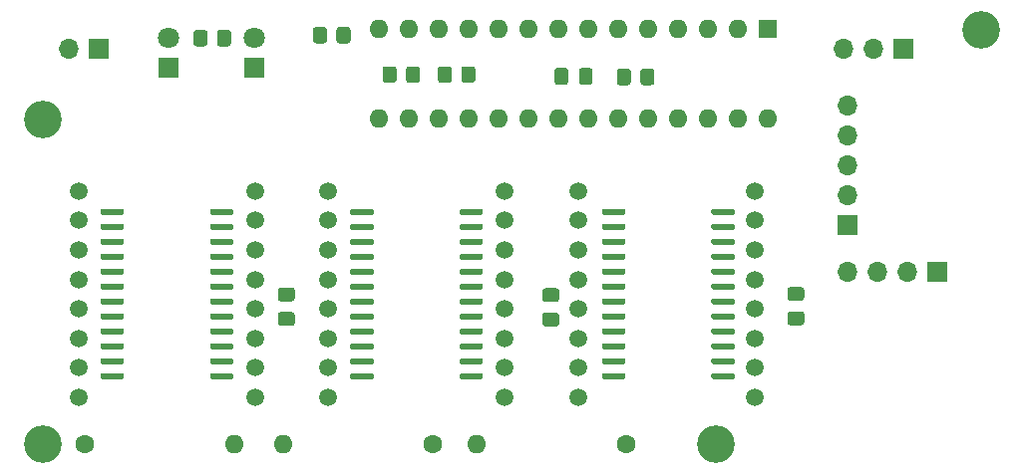
<source format=gbr>
%TF.GenerationSoftware,KiCad,Pcbnew,5.1.9*%
%TF.CreationDate,2021-02-04T18:55:06+01:00*%
%TF.ProjectId,hl-alyx-glove,686c2d61-6c79-4782-9d67-6c6f76652e6b,rev?*%
%TF.SameCoordinates,Original*%
%TF.FileFunction,Soldermask,Bot*%
%TF.FilePolarity,Negative*%
%FSLAX46Y46*%
G04 Gerber Fmt 4.6, Leading zero omitted, Abs format (unit mm)*
G04 Created by KiCad (PCBNEW 5.1.9) date 2021-02-04 18:55:06*
%MOMM*%
%LPD*%
G01*
G04 APERTURE LIST*
%ADD10O,1.700000X1.700000*%
%ADD11R,1.700000X1.700000*%
%ADD12C,1.500000*%
%ADD13C,3.200000*%
%ADD14O,1.600000X1.600000*%
%ADD15R,1.600000X1.600000*%
%ADD16R,1.800000X1.800000*%
%ADD17C,1.800000*%
%ADD18C,1.600000*%
G04 APERTURE END LIST*
D10*
%TO.C,J4*%
X157020000Y-49400000D03*
X159560000Y-49400000D03*
D11*
X162100000Y-49400000D03*
%TD*%
D12*
%TO.C,LED2*%
X128300001Y-61510001D03*
X113300001Y-61510001D03*
X128300001Y-64010001D03*
X113300001Y-64010001D03*
X128300001Y-66510001D03*
X113300001Y-66510001D03*
X128300001Y-69010001D03*
X113300001Y-69010001D03*
X128300001Y-71510001D03*
X113300001Y-71510001D03*
X128300001Y-74010001D03*
X113300001Y-74010001D03*
X128300001Y-76510001D03*
X113300001Y-76510001D03*
X128300001Y-79010001D03*
X113300001Y-79010001D03*
%TD*%
%TO.C,R4*%
G36*
G01*
X139800000Y-52250001D02*
X139800000Y-51349999D01*
G75*
G02*
X140049999Y-51100000I249999J0D01*
G01*
X140750001Y-51100000D01*
G75*
G02*
X141000000Y-51349999I0J-249999D01*
G01*
X141000000Y-52250001D01*
G75*
G02*
X140750001Y-52500000I-249999J0D01*
G01*
X140049999Y-52500000D01*
G75*
G02*
X139800000Y-52250001I0J249999D01*
G01*
G37*
G36*
G01*
X137800000Y-52250001D02*
X137800000Y-51349999D01*
G75*
G02*
X138049999Y-51100000I249999J0D01*
G01*
X138750001Y-51100000D01*
G75*
G02*
X139000000Y-51349999I0J-249999D01*
G01*
X139000000Y-52250001D01*
G75*
G02*
X138750001Y-52500000I-249999J0D01*
G01*
X138049999Y-52500000D01*
G75*
G02*
X137800000Y-52250001I0J249999D01*
G01*
G37*
%TD*%
%TO.C,R6*%
G36*
G01*
X101850000Y-48950001D02*
X101850000Y-48049999D01*
G75*
G02*
X102099999Y-47800000I249999J0D01*
G01*
X102800001Y-47800000D01*
G75*
G02*
X103050000Y-48049999I0J-249999D01*
G01*
X103050000Y-48950001D01*
G75*
G02*
X102800001Y-49200000I-249999J0D01*
G01*
X102099999Y-49200000D01*
G75*
G02*
X101850000Y-48950001I0J249999D01*
G01*
G37*
G36*
G01*
X103850000Y-48950001D02*
X103850000Y-48049999D01*
G75*
G02*
X104099999Y-47800000I249999J0D01*
G01*
X104800001Y-47800000D01*
G75*
G02*
X105050000Y-48049999I0J-249999D01*
G01*
X105050000Y-48950001D01*
G75*
G02*
X104800001Y-49200000I-249999J0D01*
G01*
X104099999Y-49200000D01*
G75*
G02*
X103850000Y-48950001I0J249999D01*
G01*
G37*
%TD*%
%TO.C,R5*%
G36*
G01*
X114000000Y-48700001D02*
X114000000Y-47799999D01*
G75*
G02*
X114249999Y-47550000I249999J0D01*
G01*
X114950001Y-47550000D01*
G75*
G02*
X115200000Y-47799999I0J-249999D01*
G01*
X115200000Y-48700001D01*
G75*
G02*
X114950001Y-48950000I-249999J0D01*
G01*
X114249999Y-48950000D01*
G75*
G02*
X114000000Y-48700001I0J249999D01*
G01*
G37*
G36*
G01*
X112000000Y-48700001D02*
X112000000Y-47799999D01*
G75*
G02*
X112249999Y-47550000I249999J0D01*
G01*
X112950001Y-47550000D01*
G75*
G02*
X113200000Y-47799999I0J-249999D01*
G01*
X113200000Y-48700001D01*
G75*
G02*
X112950001Y-48950000I-249999J0D01*
G01*
X112249999Y-48950000D01*
G75*
G02*
X112000000Y-48700001I0J249999D01*
G01*
G37*
%TD*%
D13*
%TO.C,H4*%
X89100000Y-83000000D03*
%TD*%
%TO.C,H3*%
X146200000Y-83000000D03*
%TD*%
%TO.C,H2*%
X89100000Y-55400000D03*
%TD*%
%TO.C,H1*%
X168700000Y-47800000D03*
%TD*%
%TO.C,R9*%
G36*
G01*
X119900000Y-52050001D02*
X119900000Y-51149999D01*
G75*
G02*
X120149999Y-50900000I249999J0D01*
G01*
X120850001Y-50900000D01*
G75*
G02*
X121100000Y-51149999I0J-249999D01*
G01*
X121100000Y-52050001D01*
G75*
G02*
X120850001Y-52300000I-249999J0D01*
G01*
X120149999Y-52300000D01*
G75*
G02*
X119900000Y-52050001I0J249999D01*
G01*
G37*
G36*
G01*
X117900000Y-52050001D02*
X117900000Y-51149999D01*
G75*
G02*
X118149999Y-50900000I249999J0D01*
G01*
X118850001Y-50900000D01*
G75*
G02*
X119100000Y-51149999I0J-249999D01*
G01*
X119100000Y-52050001D01*
G75*
G02*
X118850001Y-52300000I-249999J0D01*
G01*
X118149999Y-52300000D01*
G75*
G02*
X117900000Y-52050001I0J249999D01*
G01*
G37*
%TD*%
%TO.C,R8*%
G36*
G01*
X124600000Y-52050001D02*
X124600000Y-51149999D01*
G75*
G02*
X124849999Y-50900000I249999J0D01*
G01*
X125550001Y-50900000D01*
G75*
G02*
X125800000Y-51149999I0J-249999D01*
G01*
X125800000Y-52050001D01*
G75*
G02*
X125550001Y-52300000I-249999J0D01*
G01*
X124849999Y-52300000D01*
G75*
G02*
X124600000Y-52050001I0J249999D01*
G01*
G37*
G36*
G01*
X122600000Y-52050001D02*
X122600000Y-51149999D01*
G75*
G02*
X122849999Y-50900000I249999J0D01*
G01*
X123550001Y-50900000D01*
G75*
G02*
X123800000Y-51149999I0J-249999D01*
G01*
X123800000Y-52050001D01*
G75*
G02*
X123550001Y-52300000I-249999J0D01*
G01*
X122849999Y-52300000D01*
G75*
G02*
X122600000Y-52050001I0J249999D01*
G01*
G37*
%TD*%
D10*
%TO.C,J3*%
X157400000Y-54240000D03*
X157400000Y-56780000D03*
X157400000Y-59320000D03*
X157400000Y-61860000D03*
D11*
X157400000Y-64400000D03*
%TD*%
%TO.C,C4*%
G36*
G01*
X152525000Y-71737500D02*
X153475000Y-71737500D01*
G75*
G02*
X153725000Y-71987500I0J-250000D01*
G01*
X153725000Y-72662500D01*
G75*
G02*
X153475000Y-72912500I-250000J0D01*
G01*
X152525000Y-72912500D01*
G75*
G02*
X152275000Y-72662500I0J250000D01*
G01*
X152275000Y-71987500D01*
G75*
G02*
X152525000Y-71737500I250000J0D01*
G01*
G37*
G36*
G01*
X152525000Y-69662500D02*
X153475000Y-69662500D01*
G75*
G02*
X153725000Y-69912500I0J-250000D01*
G01*
X153725000Y-70587500D01*
G75*
G02*
X153475000Y-70837500I-250000J0D01*
G01*
X152525000Y-70837500D01*
G75*
G02*
X152275000Y-70587500I0J250000D01*
G01*
X152275000Y-69912500D01*
G75*
G02*
X152525000Y-69662500I250000J0D01*
G01*
G37*
%TD*%
%TO.C,C3*%
G36*
G01*
X131725000Y-71837500D02*
X132675000Y-71837500D01*
G75*
G02*
X132925000Y-72087500I0J-250000D01*
G01*
X132925000Y-72762500D01*
G75*
G02*
X132675000Y-73012500I-250000J0D01*
G01*
X131725000Y-73012500D01*
G75*
G02*
X131475000Y-72762500I0J250000D01*
G01*
X131475000Y-72087500D01*
G75*
G02*
X131725000Y-71837500I250000J0D01*
G01*
G37*
G36*
G01*
X131725000Y-69762500D02*
X132675000Y-69762500D01*
G75*
G02*
X132925000Y-70012500I0J-250000D01*
G01*
X132925000Y-70687500D01*
G75*
G02*
X132675000Y-70937500I-250000J0D01*
G01*
X131725000Y-70937500D01*
G75*
G02*
X131475000Y-70687500I0J250000D01*
G01*
X131475000Y-70012500D01*
G75*
G02*
X131725000Y-69762500I250000J0D01*
G01*
G37*
%TD*%
%TO.C,C2*%
G36*
G01*
X109275000Y-71787500D02*
X110225000Y-71787500D01*
G75*
G02*
X110475000Y-72037500I0J-250000D01*
G01*
X110475000Y-72712500D01*
G75*
G02*
X110225000Y-72962500I-250000J0D01*
G01*
X109275000Y-72962500D01*
G75*
G02*
X109025000Y-72712500I0J250000D01*
G01*
X109025000Y-72037500D01*
G75*
G02*
X109275000Y-71787500I250000J0D01*
G01*
G37*
G36*
G01*
X109275000Y-69712500D02*
X110225000Y-69712500D01*
G75*
G02*
X110475000Y-69962500I0J-250000D01*
G01*
X110475000Y-70637500D01*
G75*
G02*
X110225000Y-70887500I-250000J0D01*
G01*
X109275000Y-70887500D01*
G75*
G02*
X109025000Y-70637500I0J250000D01*
G01*
X109025000Y-69962500D01*
G75*
G02*
X109275000Y-69712500I250000J0D01*
G01*
G37*
%TD*%
%TO.C,C1*%
G36*
G01*
X133687500Y-51275000D02*
X133687500Y-52225000D01*
G75*
G02*
X133437500Y-52475000I-250000J0D01*
G01*
X132762500Y-52475000D01*
G75*
G02*
X132512500Y-52225000I0J250000D01*
G01*
X132512500Y-51275000D01*
G75*
G02*
X132762500Y-51025000I250000J0D01*
G01*
X133437500Y-51025000D01*
G75*
G02*
X133687500Y-51275000I0J-250000D01*
G01*
G37*
G36*
G01*
X135762500Y-51275000D02*
X135762500Y-52225000D01*
G75*
G02*
X135512500Y-52475000I-250000J0D01*
G01*
X134837500Y-52475000D01*
G75*
G02*
X134587500Y-52225000I0J250000D01*
G01*
X134587500Y-51275000D01*
G75*
G02*
X134837500Y-51025000I250000J0D01*
G01*
X135512500Y-51025000D01*
G75*
G02*
X135762500Y-51275000I0J-250000D01*
G01*
G37*
%TD*%
D10*
%TO.C,J2*%
X91260000Y-49400000D03*
D11*
X93800000Y-49400000D03*
%TD*%
D14*
%TO.C,U4*%
X150600000Y-55370000D03*
X117580000Y-47750000D03*
X148060000Y-55370000D03*
X120120000Y-47750000D03*
X145520000Y-55370000D03*
X122660000Y-47750000D03*
X142980000Y-55370000D03*
X125200000Y-47750000D03*
X140440000Y-55370000D03*
X127740000Y-47750000D03*
X137900000Y-55370000D03*
X130280000Y-47750000D03*
X135360000Y-55370000D03*
X132820000Y-47750000D03*
X132820000Y-55370000D03*
X135360000Y-47750000D03*
X130280000Y-55370000D03*
X137900000Y-47750000D03*
X127740000Y-55370000D03*
X140440000Y-47750000D03*
X125200000Y-55370000D03*
X142980000Y-47750000D03*
X122660000Y-55370000D03*
X145520000Y-47750000D03*
X120120000Y-55370000D03*
X148060000Y-47750000D03*
X117580000Y-55370000D03*
D15*
X150600000Y-47750000D03*
%TD*%
D12*
%TO.C,LED3*%
X149500001Y-61510001D03*
X134500001Y-61510001D03*
X149500001Y-64010001D03*
X134500001Y-64010001D03*
X149500001Y-66510001D03*
X134500001Y-66510001D03*
X149500001Y-69010001D03*
X134500001Y-69010001D03*
X149500001Y-71510001D03*
X134500001Y-71510001D03*
X149500001Y-74010001D03*
X134500001Y-74010001D03*
X149500001Y-76510001D03*
X134500001Y-76510001D03*
X149500001Y-79010001D03*
X134500001Y-79010001D03*
%TD*%
D16*
%TO.C,D2*%
X99750000Y-51000000D03*
D17*
X99750000Y-48460000D03*
%TD*%
%TO.C,D1*%
X107000000Y-48460000D03*
D16*
X107000000Y-51000000D03*
%TD*%
D10*
%TO.C,J1*%
X157430000Y-68400000D03*
X159970000Y-68400000D03*
X162510000Y-68400000D03*
D11*
X165050000Y-68400000D03*
%TD*%
%TO.C,U3*%
G36*
G01*
X145835000Y-77382501D02*
X145835000Y-77107501D01*
G75*
G02*
X145972500Y-76970001I137500J0D01*
G01*
X147697500Y-76970001D01*
G75*
G02*
X147835000Y-77107501I0J-137500D01*
G01*
X147835000Y-77382501D01*
G75*
G02*
X147697500Y-77520001I-137500J0D01*
G01*
X145972500Y-77520001D01*
G75*
G02*
X145835000Y-77382501I0J137500D01*
G01*
G37*
G36*
G01*
X145835000Y-76112501D02*
X145835000Y-75837501D01*
G75*
G02*
X145972500Y-75700001I137500J0D01*
G01*
X147697500Y-75700001D01*
G75*
G02*
X147835000Y-75837501I0J-137500D01*
G01*
X147835000Y-76112501D01*
G75*
G02*
X147697500Y-76250001I-137500J0D01*
G01*
X145972500Y-76250001D01*
G75*
G02*
X145835000Y-76112501I0J137500D01*
G01*
G37*
G36*
G01*
X145835000Y-74842501D02*
X145835000Y-74567501D01*
G75*
G02*
X145972500Y-74430001I137500J0D01*
G01*
X147697500Y-74430001D01*
G75*
G02*
X147835000Y-74567501I0J-137500D01*
G01*
X147835000Y-74842501D01*
G75*
G02*
X147697500Y-74980001I-137500J0D01*
G01*
X145972500Y-74980001D01*
G75*
G02*
X145835000Y-74842501I0J137500D01*
G01*
G37*
G36*
G01*
X145835000Y-73572501D02*
X145835000Y-73297501D01*
G75*
G02*
X145972500Y-73160001I137500J0D01*
G01*
X147697500Y-73160001D01*
G75*
G02*
X147835000Y-73297501I0J-137500D01*
G01*
X147835000Y-73572501D01*
G75*
G02*
X147697500Y-73710001I-137500J0D01*
G01*
X145972500Y-73710001D01*
G75*
G02*
X145835000Y-73572501I0J137500D01*
G01*
G37*
G36*
G01*
X145835000Y-72302501D02*
X145835000Y-72027501D01*
G75*
G02*
X145972500Y-71890001I137500J0D01*
G01*
X147697500Y-71890001D01*
G75*
G02*
X147835000Y-72027501I0J-137500D01*
G01*
X147835000Y-72302501D01*
G75*
G02*
X147697500Y-72440001I-137500J0D01*
G01*
X145972500Y-72440001D01*
G75*
G02*
X145835000Y-72302501I0J137500D01*
G01*
G37*
G36*
G01*
X145835000Y-71032501D02*
X145835000Y-70757501D01*
G75*
G02*
X145972500Y-70620001I137500J0D01*
G01*
X147697500Y-70620001D01*
G75*
G02*
X147835000Y-70757501I0J-137500D01*
G01*
X147835000Y-71032501D01*
G75*
G02*
X147697500Y-71170001I-137500J0D01*
G01*
X145972500Y-71170001D01*
G75*
G02*
X145835000Y-71032501I0J137500D01*
G01*
G37*
G36*
G01*
X145835000Y-69762501D02*
X145835000Y-69487501D01*
G75*
G02*
X145972500Y-69350001I137500J0D01*
G01*
X147697500Y-69350001D01*
G75*
G02*
X147835000Y-69487501I0J-137500D01*
G01*
X147835000Y-69762501D01*
G75*
G02*
X147697500Y-69900001I-137500J0D01*
G01*
X145972500Y-69900001D01*
G75*
G02*
X145835000Y-69762501I0J137500D01*
G01*
G37*
G36*
G01*
X145835000Y-68492501D02*
X145835000Y-68217501D01*
G75*
G02*
X145972500Y-68080001I137500J0D01*
G01*
X147697500Y-68080001D01*
G75*
G02*
X147835000Y-68217501I0J-137500D01*
G01*
X147835000Y-68492501D01*
G75*
G02*
X147697500Y-68630001I-137500J0D01*
G01*
X145972500Y-68630001D01*
G75*
G02*
X145835000Y-68492501I0J137500D01*
G01*
G37*
G36*
G01*
X145835000Y-67222501D02*
X145835000Y-66947501D01*
G75*
G02*
X145972500Y-66810001I137500J0D01*
G01*
X147697500Y-66810001D01*
G75*
G02*
X147835000Y-66947501I0J-137500D01*
G01*
X147835000Y-67222501D01*
G75*
G02*
X147697500Y-67360001I-137500J0D01*
G01*
X145972500Y-67360001D01*
G75*
G02*
X145835000Y-67222501I0J137500D01*
G01*
G37*
G36*
G01*
X145835000Y-65952501D02*
X145835000Y-65677501D01*
G75*
G02*
X145972500Y-65540001I137500J0D01*
G01*
X147697500Y-65540001D01*
G75*
G02*
X147835000Y-65677501I0J-137500D01*
G01*
X147835000Y-65952501D01*
G75*
G02*
X147697500Y-66090001I-137500J0D01*
G01*
X145972500Y-66090001D01*
G75*
G02*
X145835000Y-65952501I0J137500D01*
G01*
G37*
G36*
G01*
X145835000Y-64682501D02*
X145835000Y-64407501D01*
G75*
G02*
X145972500Y-64270001I137500J0D01*
G01*
X147697500Y-64270001D01*
G75*
G02*
X147835000Y-64407501I0J-137500D01*
G01*
X147835000Y-64682501D01*
G75*
G02*
X147697500Y-64820001I-137500J0D01*
G01*
X145972500Y-64820001D01*
G75*
G02*
X145835000Y-64682501I0J137500D01*
G01*
G37*
G36*
G01*
X145835000Y-63412501D02*
X145835000Y-63137501D01*
G75*
G02*
X145972500Y-63000001I137500J0D01*
G01*
X147697500Y-63000001D01*
G75*
G02*
X147835000Y-63137501I0J-137500D01*
G01*
X147835000Y-63412501D01*
G75*
G02*
X147697500Y-63550001I-137500J0D01*
G01*
X145972500Y-63550001D01*
G75*
G02*
X145835000Y-63412501I0J137500D01*
G01*
G37*
G36*
G01*
X136535000Y-63412501D02*
X136535000Y-63137501D01*
G75*
G02*
X136672500Y-63000001I137500J0D01*
G01*
X138397500Y-63000001D01*
G75*
G02*
X138535000Y-63137501I0J-137500D01*
G01*
X138535000Y-63412501D01*
G75*
G02*
X138397500Y-63550001I-137500J0D01*
G01*
X136672500Y-63550001D01*
G75*
G02*
X136535000Y-63412501I0J137500D01*
G01*
G37*
G36*
G01*
X136535000Y-64682501D02*
X136535000Y-64407501D01*
G75*
G02*
X136672500Y-64270001I137500J0D01*
G01*
X138397500Y-64270001D01*
G75*
G02*
X138535000Y-64407501I0J-137500D01*
G01*
X138535000Y-64682501D01*
G75*
G02*
X138397500Y-64820001I-137500J0D01*
G01*
X136672500Y-64820001D01*
G75*
G02*
X136535000Y-64682501I0J137500D01*
G01*
G37*
G36*
G01*
X136535000Y-65952501D02*
X136535000Y-65677501D01*
G75*
G02*
X136672500Y-65540001I137500J0D01*
G01*
X138397500Y-65540001D01*
G75*
G02*
X138535000Y-65677501I0J-137500D01*
G01*
X138535000Y-65952501D01*
G75*
G02*
X138397500Y-66090001I-137500J0D01*
G01*
X136672500Y-66090001D01*
G75*
G02*
X136535000Y-65952501I0J137500D01*
G01*
G37*
G36*
G01*
X136535000Y-67222501D02*
X136535000Y-66947501D01*
G75*
G02*
X136672500Y-66810001I137500J0D01*
G01*
X138397500Y-66810001D01*
G75*
G02*
X138535000Y-66947501I0J-137500D01*
G01*
X138535000Y-67222501D01*
G75*
G02*
X138397500Y-67360001I-137500J0D01*
G01*
X136672500Y-67360001D01*
G75*
G02*
X136535000Y-67222501I0J137500D01*
G01*
G37*
G36*
G01*
X136535000Y-68492501D02*
X136535000Y-68217501D01*
G75*
G02*
X136672500Y-68080001I137500J0D01*
G01*
X138397500Y-68080001D01*
G75*
G02*
X138535000Y-68217501I0J-137500D01*
G01*
X138535000Y-68492501D01*
G75*
G02*
X138397500Y-68630001I-137500J0D01*
G01*
X136672500Y-68630001D01*
G75*
G02*
X136535000Y-68492501I0J137500D01*
G01*
G37*
G36*
G01*
X136535000Y-69762501D02*
X136535000Y-69487501D01*
G75*
G02*
X136672500Y-69350001I137500J0D01*
G01*
X138397500Y-69350001D01*
G75*
G02*
X138535000Y-69487501I0J-137500D01*
G01*
X138535000Y-69762501D01*
G75*
G02*
X138397500Y-69900001I-137500J0D01*
G01*
X136672500Y-69900001D01*
G75*
G02*
X136535000Y-69762501I0J137500D01*
G01*
G37*
G36*
G01*
X136535000Y-71032501D02*
X136535000Y-70757501D01*
G75*
G02*
X136672500Y-70620001I137500J0D01*
G01*
X138397500Y-70620001D01*
G75*
G02*
X138535000Y-70757501I0J-137500D01*
G01*
X138535000Y-71032501D01*
G75*
G02*
X138397500Y-71170001I-137500J0D01*
G01*
X136672500Y-71170001D01*
G75*
G02*
X136535000Y-71032501I0J137500D01*
G01*
G37*
G36*
G01*
X136535000Y-72302501D02*
X136535000Y-72027501D01*
G75*
G02*
X136672500Y-71890001I137500J0D01*
G01*
X138397500Y-71890001D01*
G75*
G02*
X138535000Y-72027501I0J-137500D01*
G01*
X138535000Y-72302501D01*
G75*
G02*
X138397500Y-72440001I-137500J0D01*
G01*
X136672500Y-72440001D01*
G75*
G02*
X136535000Y-72302501I0J137500D01*
G01*
G37*
G36*
G01*
X136535000Y-73572501D02*
X136535000Y-73297501D01*
G75*
G02*
X136672500Y-73160001I137500J0D01*
G01*
X138397500Y-73160001D01*
G75*
G02*
X138535000Y-73297501I0J-137500D01*
G01*
X138535000Y-73572501D01*
G75*
G02*
X138397500Y-73710001I-137500J0D01*
G01*
X136672500Y-73710001D01*
G75*
G02*
X136535000Y-73572501I0J137500D01*
G01*
G37*
G36*
G01*
X136535000Y-74842501D02*
X136535000Y-74567501D01*
G75*
G02*
X136672500Y-74430001I137500J0D01*
G01*
X138397500Y-74430001D01*
G75*
G02*
X138535000Y-74567501I0J-137500D01*
G01*
X138535000Y-74842501D01*
G75*
G02*
X138397500Y-74980001I-137500J0D01*
G01*
X136672500Y-74980001D01*
G75*
G02*
X136535000Y-74842501I0J137500D01*
G01*
G37*
G36*
G01*
X136535000Y-76112501D02*
X136535000Y-75837501D01*
G75*
G02*
X136672500Y-75700001I137500J0D01*
G01*
X138397500Y-75700001D01*
G75*
G02*
X138535000Y-75837501I0J-137500D01*
G01*
X138535000Y-76112501D01*
G75*
G02*
X138397500Y-76250001I-137500J0D01*
G01*
X136672500Y-76250001D01*
G75*
G02*
X136535000Y-76112501I0J137500D01*
G01*
G37*
G36*
G01*
X136535000Y-77382501D02*
X136535000Y-77107501D01*
G75*
G02*
X136672500Y-76970001I137500J0D01*
G01*
X138397500Y-76970001D01*
G75*
G02*
X138535000Y-77107501I0J-137500D01*
G01*
X138535000Y-77382501D01*
G75*
G02*
X138397500Y-77520001I-137500J0D01*
G01*
X136672500Y-77520001D01*
G75*
G02*
X136535000Y-77382501I0J137500D01*
G01*
G37*
%TD*%
%TO.C,U2*%
G36*
G01*
X115150000Y-77382501D02*
X115150000Y-77107501D01*
G75*
G02*
X115287500Y-76970001I137500J0D01*
G01*
X117012500Y-76970001D01*
G75*
G02*
X117150000Y-77107501I0J-137500D01*
G01*
X117150000Y-77382501D01*
G75*
G02*
X117012500Y-77520001I-137500J0D01*
G01*
X115287500Y-77520001D01*
G75*
G02*
X115150000Y-77382501I0J137500D01*
G01*
G37*
G36*
G01*
X115150000Y-76112501D02*
X115150000Y-75837501D01*
G75*
G02*
X115287500Y-75700001I137500J0D01*
G01*
X117012500Y-75700001D01*
G75*
G02*
X117150000Y-75837501I0J-137500D01*
G01*
X117150000Y-76112501D01*
G75*
G02*
X117012500Y-76250001I-137500J0D01*
G01*
X115287500Y-76250001D01*
G75*
G02*
X115150000Y-76112501I0J137500D01*
G01*
G37*
G36*
G01*
X115150000Y-74842501D02*
X115150000Y-74567501D01*
G75*
G02*
X115287500Y-74430001I137500J0D01*
G01*
X117012500Y-74430001D01*
G75*
G02*
X117150000Y-74567501I0J-137500D01*
G01*
X117150000Y-74842501D01*
G75*
G02*
X117012500Y-74980001I-137500J0D01*
G01*
X115287500Y-74980001D01*
G75*
G02*
X115150000Y-74842501I0J137500D01*
G01*
G37*
G36*
G01*
X115150000Y-73572501D02*
X115150000Y-73297501D01*
G75*
G02*
X115287500Y-73160001I137500J0D01*
G01*
X117012500Y-73160001D01*
G75*
G02*
X117150000Y-73297501I0J-137500D01*
G01*
X117150000Y-73572501D01*
G75*
G02*
X117012500Y-73710001I-137500J0D01*
G01*
X115287500Y-73710001D01*
G75*
G02*
X115150000Y-73572501I0J137500D01*
G01*
G37*
G36*
G01*
X115150000Y-72302501D02*
X115150000Y-72027501D01*
G75*
G02*
X115287500Y-71890001I137500J0D01*
G01*
X117012500Y-71890001D01*
G75*
G02*
X117150000Y-72027501I0J-137500D01*
G01*
X117150000Y-72302501D01*
G75*
G02*
X117012500Y-72440001I-137500J0D01*
G01*
X115287500Y-72440001D01*
G75*
G02*
X115150000Y-72302501I0J137500D01*
G01*
G37*
G36*
G01*
X115150000Y-71032501D02*
X115150000Y-70757501D01*
G75*
G02*
X115287500Y-70620001I137500J0D01*
G01*
X117012500Y-70620001D01*
G75*
G02*
X117150000Y-70757501I0J-137500D01*
G01*
X117150000Y-71032501D01*
G75*
G02*
X117012500Y-71170001I-137500J0D01*
G01*
X115287500Y-71170001D01*
G75*
G02*
X115150000Y-71032501I0J137500D01*
G01*
G37*
G36*
G01*
X115150000Y-69762501D02*
X115150000Y-69487501D01*
G75*
G02*
X115287500Y-69350001I137500J0D01*
G01*
X117012500Y-69350001D01*
G75*
G02*
X117150000Y-69487501I0J-137500D01*
G01*
X117150000Y-69762501D01*
G75*
G02*
X117012500Y-69900001I-137500J0D01*
G01*
X115287500Y-69900001D01*
G75*
G02*
X115150000Y-69762501I0J137500D01*
G01*
G37*
G36*
G01*
X115150000Y-68492501D02*
X115150000Y-68217501D01*
G75*
G02*
X115287500Y-68080001I137500J0D01*
G01*
X117012500Y-68080001D01*
G75*
G02*
X117150000Y-68217501I0J-137500D01*
G01*
X117150000Y-68492501D01*
G75*
G02*
X117012500Y-68630001I-137500J0D01*
G01*
X115287500Y-68630001D01*
G75*
G02*
X115150000Y-68492501I0J137500D01*
G01*
G37*
G36*
G01*
X115150000Y-67222501D02*
X115150000Y-66947501D01*
G75*
G02*
X115287500Y-66810001I137500J0D01*
G01*
X117012500Y-66810001D01*
G75*
G02*
X117150000Y-66947501I0J-137500D01*
G01*
X117150000Y-67222501D01*
G75*
G02*
X117012500Y-67360001I-137500J0D01*
G01*
X115287500Y-67360001D01*
G75*
G02*
X115150000Y-67222501I0J137500D01*
G01*
G37*
G36*
G01*
X115150000Y-65952501D02*
X115150000Y-65677501D01*
G75*
G02*
X115287500Y-65540001I137500J0D01*
G01*
X117012500Y-65540001D01*
G75*
G02*
X117150000Y-65677501I0J-137500D01*
G01*
X117150000Y-65952501D01*
G75*
G02*
X117012500Y-66090001I-137500J0D01*
G01*
X115287500Y-66090001D01*
G75*
G02*
X115150000Y-65952501I0J137500D01*
G01*
G37*
G36*
G01*
X115150000Y-64682501D02*
X115150000Y-64407501D01*
G75*
G02*
X115287500Y-64270001I137500J0D01*
G01*
X117012500Y-64270001D01*
G75*
G02*
X117150000Y-64407501I0J-137500D01*
G01*
X117150000Y-64682501D01*
G75*
G02*
X117012500Y-64820001I-137500J0D01*
G01*
X115287500Y-64820001D01*
G75*
G02*
X115150000Y-64682501I0J137500D01*
G01*
G37*
G36*
G01*
X115150000Y-63412501D02*
X115150000Y-63137501D01*
G75*
G02*
X115287500Y-63000001I137500J0D01*
G01*
X117012500Y-63000001D01*
G75*
G02*
X117150000Y-63137501I0J-137500D01*
G01*
X117150000Y-63412501D01*
G75*
G02*
X117012500Y-63550001I-137500J0D01*
G01*
X115287500Y-63550001D01*
G75*
G02*
X115150000Y-63412501I0J137500D01*
G01*
G37*
G36*
G01*
X124450000Y-63412501D02*
X124450000Y-63137501D01*
G75*
G02*
X124587500Y-63000001I137500J0D01*
G01*
X126312500Y-63000001D01*
G75*
G02*
X126450000Y-63137501I0J-137500D01*
G01*
X126450000Y-63412501D01*
G75*
G02*
X126312500Y-63550001I-137500J0D01*
G01*
X124587500Y-63550001D01*
G75*
G02*
X124450000Y-63412501I0J137500D01*
G01*
G37*
G36*
G01*
X124450000Y-64682501D02*
X124450000Y-64407501D01*
G75*
G02*
X124587500Y-64270001I137500J0D01*
G01*
X126312500Y-64270001D01*
G75*
G02*
X126450000Y-64407501I0J-137500D01*
G01*
X126450000Y-64682501D01*
G75*
G02*
X126312500Y-64820001I-137500J0D01*
G01*
X124587500Y-64820001D01*
G75*
G02*
X124450000Y-64682501I0J137500D01*
G01*
G37*
G36*
G01*
X124450000Y-65952501D02*
X124450000Y-65677501D01*
G75*
G02*
X124587500Y-65540001I137500J0D01*
G01*
X126312500Y-65540001D01*
G75*
G02*
X126450000Y-65677501I0J-137500D01*
G01*
X126450000Y-65952501D01*
G75*
G02*
X126312500Y-66090001I-137500J0D01*
G01*
X124587500Y-66090001D01*
G75*
G02*
X124450000Y-65952501I0J137500D01*
G01*
G37*
G36*
G01*
X124450000Y-67222501D02*
X124450000Y-66947501D01*
G75*
G02*
X124587500Y-66810001I137500J0D01*
G01*
X126312500Y-66810001D01*
G75*
G02*
X126450000Y-66947501I0J-137500D01*
G01*
X126450000Y-67222501D01*
G75*
G02*
X126312500Y-67360001I-137500J0D01*
G01*
X124587500Y-67360001D01*
G75*
G02*
X124450000Y-67222501I0J137500D01*
G01*
G37*
G36*
G01*
X124450000Y-68492501D02*
X124450000Y-68217501D01*
G75*
G02*
X124587500Y-68080001I137500J0D01*
G01*
X126312500Y-68080001D01*
G75*
G02*
X126450000Y-68217501I0J-137500D01*
G01*
X126450000Y-68492501D01*
G75*
G02*
X126312500Y-68630001I-137500J0D01*
G01*
X124587500Y-68630001D01*
G75*
G02*
X124450000Y-68492501I0J137500D01*
G01*
G37*
G36*
G01*
X124450000Y-69762501D02*
X124450000Y-69487501D01*
G75*
G02*
X124587500Y-69350001I137500J0D01*
G01*
X126312500Y-69350001D01*
G75*
G02*
X126450000Y-69487501I0J-137500D01*
G01*
X126450000Y-69762501D01*
G75*
G02*
X126312500Y-69900001I-137500J0D01*
G01*
X124587500Y-69900001D01*
G75*
G02*
X124450000Y-69762501I0J137500D01*
G01*
G37*
G36*
G01*
X124450000Y-71032501D02*
X124450000Y-70757501D01*
G75*
G02*
X124587500Y-70620001I137500J0D01*
G01*
X126312500Y-70620001D01*
G75*
G02*
X126450000Y-70757501I0J-137500D01*
G01*
X126450000Y-71032501D01*
G75*
G02*
X126312500Y-71170001I-137500J0D01*
G01*
X124587500Y-71170001D01*
G75*
G02*
X124450000Y-71032501I0J137500D01*
G01*
G37*
G36*
G01*
X124450000Y-72302501D02*
X124450000Y-72027501D01*
G75*
G02*
X124587500Y-71890001I137500J0D01*
G01*
X126312500Y-71890001D01*
G75*
G02*
X126450000Y-72027501I0J-137500D01*
G01*
X126450000Y-72302501D01*
G75*
G02*
X126312500Y-72440001I-137500J0D01*
G01*
X124587500Y-72440001D01*
G75*
G02*
X124450000Y-72302501I0J137500D01*
G01*
G37*
G36*
G01*
X124450000Y-73572501D02*
X124450000Y-73297501D01*
G75*
G02*
X124587500Y-73160001I137500J0D01*
G01*
X126312500Y-73160001D01*
G75*
G02*
X126450000Y-73297501I0J-137500D01*
G01*
X126450000Y-73572501D01*
G75*
G02*
X126312500Y-73710001I-137500J0D01*
G01*
X124587500Y-73710001D01*
G75*
G02*
X124450000Y-73572501I0J137500D01*
G01*
G37*
G36*
G01*
X124450000Y-74842501D02*
X124450000Y-74567501D01*
G75*
G02*
X124587500Y-74430001I137500J0D01*
G01*
X126312500Y-74430001D01*
G75*
G02*
X126450000Y-74567501I0J-137500D01*
G01*
X126450000Y-74842501D01*
G75*
G02*
X126312500Y-74980001I-137500J0D01*
G01*
X124587500Y-74980001D01*
G75*
G02*
X124450000Y-74842501I0J137500D01*
G01*
G37*
G36*
G01*
X124450000Y-76112501D02*
X124450000Y-75837501D01*
G75*
G02*
X124587500Y-75700001I137500J0D01*
G01*
X126312500Y-75700001D01*
G75*
G02*
X126450000Y-75837501I0J-137500D01*
G01*
X126450000Y-76112501D01*
G75*
G02*
X126312500Y-76250001I-137500J0D01*
G01*
X124587500Y-76250001D01*
G75*
G02*
X124450000Y-76112501I0J137500D01*
G01*
G37*
G36*
G01*
X124450000Y-77382501D02*
X124450000Y-77107501D01*
G75*
G02*
X124587500Y-76970001I137500J0D01*
G01*
X126312500Y-76970001D01*
G75*
G02*
X126450000Y-77107501I0J-137500D01*
G01*
X126450000Y-77382501D01*
G75*
G02*
X126312500Y-77520001I-137500J0D01*
G01*
X124587500Y-77520001D01*
G75*
G02*
X124450000Y-77382501I0J137500D01*
G01*
G37*
%TD*%
%TO.C,U1*%
G36*
G01*
X93951998Y-77382501D02*
X93951998Y-77107501D01*
G75*
G02*
X94089498Y-76970001I137500J0D01*
G01*
X95814498Y-76970001D01*
G75*
G02*
X95951998Y-77107501I0J-137500D01*
G01*
X95951998Y-77382501D01*
G75*
G02*
X95814498Y-77520001I-137500J0D01*
G01*
X94089498Y-77520001D01*
G75*
G02*
X93951998Y-77382501I0J137500D01*
G01*
G37*
G36*
G01*
X93951998Y-76112501D02*
X93951998Y-75837501D01*
G75*
G02*
X94089498Y-75700001I137500J0D01*
G01*
X95814498Y-75700001D01*
G75*
G02*
X95951998Y-75837501I0J-137500D01*
G01*
X95951998Y-76112501D01*
G75*
G02*
X95814498Y-76250001I-137500J0D01*
G01*
X94089498Y-76250001D01*
G75*
G02*
X93951998Y-76112501I0J137500D01*
G01*
G37*
G36*
G01*
X93951998Y-74842501D02*
X93951998Y-74567501D01*
G75*
G02*
X94089498Y-74430001I137500J0D01*
G01*
X95814498Y-74430001D01*
G75*
G02*
X95951998Y-74567501I0J-137500D01*
G01*
X95951998Y-74842501D01*
G75*
G02*
X95814498Y-74980001I-137500J0D01*
G01*
X94089498Y-74980001D01*
G75*
G02*
X93951998Y-74842501I0J137500D01*
G01*
G37*
G36*
G01*
X93951998Y-73572501D02*
X93951998Y-73297501D01*
G75*
G02*
X94089498Y-73160001I137500J0D01*
G01*
X95814498Y-73160001D01*
G75*
G02*
X95951998Y-73297501I0J-137500D01*
G01*
X95951998Y-73572501D01*
G75*
G02*
X95814498Y-73710001I-137500J0D01*
G01*
X94089498Y-73710001D01*
G75*
G02*
X93951998Y-73572501I0J137500D01*
G01*
G37*
G36*
G01*
X93951998Y-72302501D02*
X93951998Y-72027501D01*
G75*
G02*
X94089498Y-71890001I137500J0D01*
G01*
X95814498Y-71890001D01*
G75*
G02*
X95951998Y-72027501I0J-137500D01*
G01*
X95951998Y-72302501D01*
G75*
G02*
X95814498Y-72440001I-137500J0D01*
G01*
X94089498Y-72440001D01*
G75*
G02*
X93951998Y-72302501I0J137500D01*
G01*
G37*
G36*
G01*
X93951998Y-71032501D02*
X93951998Y-70757501D01*
G75*
G02*
X94089498Y-70620001I137500J0D01*
G01*
X95814498Y-70620001D01*
G75*
G02*
X95951998Y-70757501I0J-137500D01*
G01*
X95951998Y-71032501D01*
G75*
G02*
X95814498Y-71170001I-137500J0D01*
G01*
X94089498Y-71170001D01*
G75*
G02*
X93951998Y-71032501I0J137500D01*
G01*
G37*
G36*
G01*
X93951998Y-69762501D02*
X93951998Y-69487501D01*
G75*
G02*
X94089498Y-69350001I137500J0D01*
G01*
X95814498Y-69350001D01*
G75*
G02*
X95951998Y-69487501I0J-137500D01*
G01*
X95951998Y-69762501D01*
G75*
G02*
X95814498Y-69900001I-137500J0D01*
G01*
X94089498Y-69900001D01*
G75*
G02*
X93951998Y-69762501I0J137500D01*
G01*
G37*
G36*
G01*
X93951998Y-68492501D02*
X93951998Y-68217501D01*
G75*
G02*
X94089498Y-68080001I137500J0D01*
G01*
X95814498Y-68080001D01*
G75*
G02*
X95951998Y-68217501I0J-137500D01*
G01*
X95951998Y-68492501D01*
G75*
G02*
X95814498Y-68630001I-137500J0D01*
G01*
X94089498Y-68630001D01*
G75*
G02*
X93951998Y-68492501I0J137500D01*
G01*
G37*
G36*
G01*
X93951998Y-67222501D02*
X93951998Y-66947501D01*
G75*
G02*
X94089498Y-66810001I137500J0D01*
G01*
X95814498Y-66810001D01*
G75*
G02*
X95951998Y-66947501I0J-137500D01*
G01*
X95951998Y-67222501D01*
G75*
G02*
X95814498Y-67360001I-137500J0D01*
G01*
X94089498Y-67360001D01*
G75*
G02*
X93951998Y-67222501I0J137500D01*
G01*
G37*
G36*
G01*
X93951998Y-65952501D02*
X93951998Y-65677501D01*
G75*
G02*
X94089498Y-65540001I137500J0D01*
G01*
X95814498Y-65540001D01*
G75*
G02*
X95951998Y-65677501I0J-137500D01*
G01*
X95951998Y-65952501D01*
G75*
G02*
X95814498Y-66090001I-137500J0D01*
G01*
X94089498Y-66090001D01*
G75*
G02*
X93951998Y-65952501I0J137500D01*
G01*
G37*
G36*
G01*
X93951998Y-64682501D02*
X93951998Y-64407501D01*
G75*
G02*
X94089498Y-64270001I137500J0D01*
G01*
X95814498Y-64270001D01*
G75*
G02*
X95951998Y-64407501I0J-137500D01*
G01*
X95951998Y-64682501D01*
G75*
G02*
X95814498Y-64820001I-137500J0D01*
G01*
X94089498Y-64820001D01*
G75*
G02*
X93951998Y-64682501I0J137500D01*
G01*
G37*
G36*
G01*
X93951998Y-63412501D02*
X93951998Y-63137501D01*
G75*
G02*
X94089498Y-63000001I137500J0D01*
G01*
X95814498Y-63000001D01*
G75*
G02*
X95951998Y-63137501I0J-137500D01*
G01*
X95951998Y-63412501D01*
G75*
G02*
X95814498Y-63550001I-137500J0D01*
G01*
X94089498Y-63550001D01*
G75*
G02*
X93951998Y-63412501I0J137500D01*
G01*
G37*
G36*
G01*
X103251998Y-63412501D02*
X103251998Y-63137501D01*
G75*
G02*
X103389498Y-63000001I137500J0D01*
G01*
X105114498Y-63000001D01*
G75*
G02*
X105251998Y-63137501I0J-137500D01*
G01*
X105251998Y-63412501D01*
G75*
G02*
X105114498Y-63550001I-137500J0D01*
G01*
X103389498Y-63550001D01*
G75*
G02*
X103251998Y-63412501I0J137500D01*
G01*
G37*
G36*
G01*
X103251998Y-64682501D02*
X103251998Y-64407501D01*
G75*
G02*
X103389498Y-64270001I137500J0D01*
G01*
X105114498Y-64270001D01*
G75*
G02*
X105251998Y-64407501I0J-137500D01*
G01*
X105251998Y-64682501D01*
G75*
G02*
X105114498Y-64820001I-137500J0D01*
G01*
X103389498Y-64820001D01*
G75*
G02*
X103251998Y-64682501I0J137500D01*
G01*
G37*
G36*
G01*
X103251998Y-65952501D02*
X103251998Y-65677501D01*
G75*
G02*
X103389498Y-65540001I137500J0D01*
G01*
X105114498Y-65540001D01*
G75*
G02*
X105251998Y-65677501I0J-137500D01*
G01*
X105251998Y-65952501D01*
G75*
G02*
X105114498Y-66090001I-137500J0D01*
G01*
X103389498Y-66090001D01*
G75*
G02*
X103251998Y-65952501I0J137500D01*
G01*
G37*
G36*
G01*
X103251998Y-67222501D02*
X103251998Y-66947501D01*
G75*
G02*
X103389498Y-66810001I137500J0D01*
G01*
X105114498Y-66810001D01*
G75*
G02*
X105251998Y-66947501I0J-137500D01*
G01*
X105251998Y-67222501D01*
G75*
G02*
X105114498Y-67360001I-137500J0D01*
G01*
X103389498Y-67360001D01*
G75*
G02*
X103251998Y-67222501I0J137500D01*
G01*
G37*
G36*
G01*
X103251998Y-68492501D02*
X103251998Y-68217501D01*
G75*
G02*
X103389498Y-68080001I137500J0D01*
G01*
X105114498Y-68080001D01*
G75*
G02*
X105251998Y-68217501I0J-137500D01*
G01*
X105251998Y-68492501D01*
G75*
G02*
X105114498Y-68630001I-137500J0D01*
G01*
X103389498Y-68630001D01*
G75*
G02*
X103251998Y-68492501I0J137500D01*
G01*
G37*
G36*
G01*
X103251998Y-69762501D02*
X103251998Y-69487501D01*
G75*
G02*
X103389498Y-69350001I137500J0D01*
G01*
X105114498Y-69350001D01*
G75*
G02*
X105251998Y-69487501I0J-137500D01*
G01*
X105251998Y-69762501D01*
G75*
G02*
X105114498Y-69900001I-137500J0D01*
G01*
X103389498Y-69900001D01*
G75*
G02*
X103251998Y-69762501I0J137500D01*
G01*
G37*
G36*
G01*
X103251998Y-71032501D02*
X103251998Y-70757501D01*
G75*
G02*
X103389498Y-70620001I137500J0D01*
G01*
X105114498Y-70620001D01*
G75*
G02*
X105251998Y-70757501I0J-137500D01*
G01*
X105251998Y-71032501D01*
G75*
G02*
X105114498Y-71170001I-137500J0D01*
G01*
X103389498Y-71170001D01*
G75*
G02*
X103251998Y-71032501I0J137500D01*
G01*
G37*
G36*
G01*
X103251998Y-72302501D02*
X103251998Y-72027501D01*
G75*
G02*
X103389498Y-71890001I137500J0D01*
G01*
X105114498Y-71890001D01*
G75*
G02*
X105251998Y-72027501I0J-137500D01*
G01*
X105251998Y-72302501D01*
G75*
G02*
X105114498Y-72440001I-137500J0D01*
G01*
X103389498Y-72440001D01*
G75*
G02*
X103251998Y-72302501I0J137500D01*
G01*
G37*
G36*
G01*
X103251998Y-73572501D02*
X103251998Y-73297501D01*
G75*
G02*
X103389498Y-73160001I137500J0D01*
G01*
X105114498Y-73160001D01*
G75*
G02*
X105251998Y-73297501I0J-137500D01*
G01*
X105251998Y-73572501D01*
G75*
G02*
X105114498Y-73710001I-137500J0D01*
G01*
X103389498Y-73710001D01*
G75*
G02*
X103251998Y-73572501I0J137500D01*
G01*
G37*
G36*
G01*
X103251998Y-74842501D02*
X103251998Y-74567501D01*
G75*
G02*
X103389498Y-74430001I137500J0D01*
G01*
X105114498Y-74430001D01*
G75*
G02*
X105251998Y-74567501I0J-137500D01*
G01*
X105251998Y-74842501D01*
G75*
G02*
X105114498Y-74980001I-137500J0D01*
G01*
X103389498Y-74980001D01*
G75*
G02*
X103251998Y-74842501I0J137500D01*
G01*
G37*
G36*
G01*
X103251998Y-76112501D02*
X103251998Y-75837501D01*
G75*
G02*
X103389498Y-75700001I137500J0D01*
G01*
X105114498Y-75700001D01*
G75*
G02*
X105251998Y-75837501I0J-137500D01*
G01*
X105251998Y-76112501D01*
G75*
G02*
X105114498Y-76250001I-137500J0D01*
G01*
X103389498Y-76250001D01*
G75*
G02*
X103251998Y-76112501I0J137500D01*
G01*
G37*
G36*
G01*
X103251998Y-77382501D02*
X103251998Y-77107501D01*
G75*
G02*
X103389498Y-76970001I137500J0D01*
G01*
X105114498Y-76970001D01*
G75*
G02*
X105251998Y-77107501I0J-137500D01*
G01*
X105251998Y-77382501D01*
G75*
G02*
X105114498Y-77520001I-137500J0D01*
G01*
X103389498Y-77520001D01*
G75*
G02*
X103251998Y-77382501I0J137500D01*
G01*
G37*
%TD*%
D14*
%TO.C,R3*%
X125900000Y-83000000D03*
D18*
X138600000Y-83000000D03*
%TD*%
D14*
%TO.C,R2*%
X109500000Y-83000000D03*
D18*
X122200000Y-83000000D03*
%TD*%
D14*
%TO.C,R1*%
X105300000Y-83000000D03*
D18*
X92600000Y-83000000D03*
%TD*%
D12*
%TO.C,LED1*%
X92091999Y-79010001D03*
X107091999Y-79010001D03*
X92091999Y-76510001D03*
X107091999Y-76510001D03*
X92091999Y-74010001D03*
X107091999Y-74010001D03*
X92091999Y-71510001D03*
X107091999Y-71510001D03*
X92091999Y-69010001D03*
X107091999Y-69010001D03*
X92091999Y-66510001D03*
X107091999Y-66510001D03*
X92091999Y-64010001D03*
X107091999Y-64010001D03*
X92091999Y-61510001D03*
X107091999Y-61510001D03*
%TD*%
M02*

</source>
